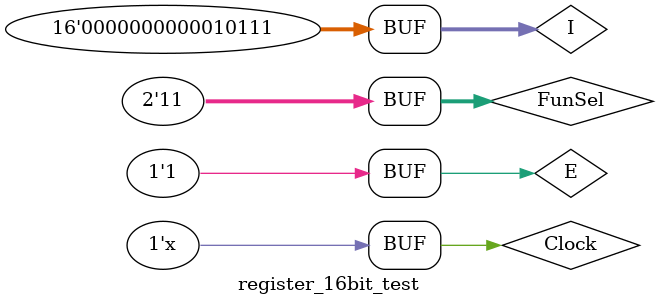
<source format=v>
`timescale 1ns / 1ps


module register_16bit_test();
    reg [15:0] I;
    reg Clock;
    reg E;
    reg [1:0] FunSel;
    wire [15:0] Q;
    
    reg_16bit uut(I, Clock, E, FunSel, Q);
    
    initial begin
        Clock=0; I=16'h17; E=0; FunSel=2'b10; #166.66;
        I=16'h17; E=1; FunSel=2'b10; #166.66;
        I=16'h17; E=1; FunSel=2'b01; #166.66;
        I=16'h17; E=1; FunSel=2'b00; #166.66;
        I=16'h17; E=1; FunSel=2'b00; #166.66;
        I=16'h17; E=1; FunSel=2'b11; #166.66;
    end
    
    always begin
        Clock <= ~Clock; #83.33;
        Clock <= ~Clock; #83.33;
    end
endmodule

</source>
